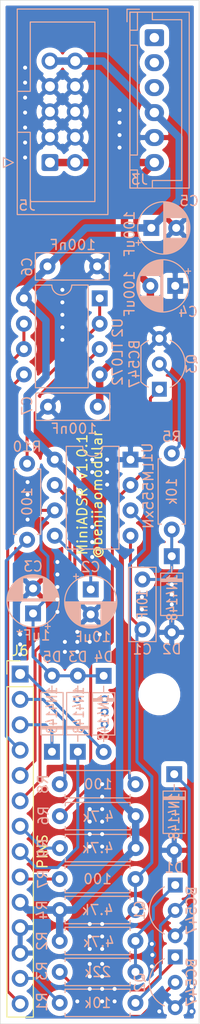
<source format=kicad_pcb>
(kicad_pcb (version 20171130) (host pcbnew 5.1.9+dfsg1-1~bpo10+1)
  (layers (0 F.Cu signal) (31 B.Cu signal) (34 B.Paste user hide) (35 F.Paste user hide) (36 B.SilkS user) (37 F.SilkS user) (38 B.Mask user) (39 F.Mask user) (44 Edge.Cuts user))
  (net 0 "")
  (net 1 "Net-(C1-Pad1)")
  (net 2 "Net-(C1-Pad2)")
  (net 3 "Net-(C2-Pad1)")
  (net 4 GND2)
  (net 5 "Net-(C3-Pad1)")
  (net 6 +12V)
  (net 7 -12V)
  (net 8 "Net-(D1-Pad1)")
  (net 9 "Net-(Q1-Pad1)")
  (net 10 "Net-(Q2-Pad2)")
  (net 11 "Net-(Q3-Pad2)")
  (net 12 "Net-(Q3-Pad1)")
  (net 13 "Net-(R8-Pad1)")
  (net 14 "Net-(R10-Pad1)")
  (net 15 B4)
  (net 16 B5)
  (net 17 B1)
  (net 18 B2)
  (net 19 B3)
  (net 20 B6)
  (net 21 B7)
  (net 22 B8)
  (net 23 B9)
  (net 24 B10)
  (net 25 B11)
  (module Connector_IDC:IDC-Header_2x05_P2.54mm_Vertical (layer B.Cu) (at 140 69.25)
    (fp_text reference J5 (at -2.3 4.3) (layer B.SilkS) (effects (justify mirror)))
    (fp_text value IDC_BUS)
    (pad 1 thru_hole roundrect (at 0 0) (size 1.7 1.7) (drill 1) (layers *.Cu *.Mask) (roundrect_rratio 0.1470588235294118) (net 7 -12V))
    (pad 3 thru_hole circle (at 0 -2.54) (size 1.7 1.7) (drill 1) (layers *.Cu *.Mask) (net 4 GND2))
    (pad 5 thru_hole circle (at 0 -5.08) (size 1.7 1.7) (drill 1) (layers *.Cu *.Mask) (net 4 GND2))
    (pad 7 thru_hole circle (at 0 -7.62) (size 1.7 1.7) (drill 1) (layers *.Cu *.Mask) (net 4 GND2))
    (pad 9 thru_hole circle (at 0 -10.16) (size 1.7 1.7) (drill 1) (layers *.Cu *.Mask) (net 6 +12V))
    (pad 2 thru_hole circle (at 2.54 0) (size 1.7 1.7) (drill 1) (layers *.Cu *.Mask) (net 7 -12V))
    (pad 4 thru_hole circle (at 2.54 -2.54) (size 1.7 1.7) (drill 1) (layers *.Cu *.Mask) (net 4 GND2))
    (pad 6 thru_hole circle (at 2.54 -5.08) (size 1.7 1.7) (drill 1) (layers *.Cu *.Mask) (net 4 GND2))
    (pad 8 thru_hole circle (at 2.54 -7.62) (size 1.7 1.7) (drill 1) (layers *.Cu *.Mask) (net 4 GND2))
    (pad 10 thru_hole circle (at 2.54 -10.16) (size 1.7 1.7) (drill 1) (layers *.Cu *.Mask) (net 6 +12V))
  )
  (module Connector_JST:JST_XH_B6B-XH-A_1x06_P2.50mm_Vertical (layer B.Cu) (at 150.5 56.75 270)
    (fp_text reference J3 (at 14.2 1.5) (layer B.SilkS) (effects (justify mirror)))
    (fp_text value JST_BUS)
    (pad 1 thru_hole roundrect (at 0 0 270) (size 1.7 1.95) (drill 0.95) (layers *.Cu *.Mask) (roundrect_rratio 0.1470588235294118))
    (pad 2 thru_hole oval (at 2.5 0 270) (size 1.7 1.95) (drill 0.95) (layers *.Cu *.Mask))
    (pad 3 thru_hole oval (at 5 0 270) (size 1.7 1.95) (drill 0.95) (layers *.Cu *.Mask))
    (pad 4 thru_hole oval (at 7.5 0 270) (size 1.7 1.95) (drill 0.95) (layers *.Cu *.Mask) (net 6 +12V))
    (pad 5 thru_hole oval (at 10 0 270) (size 1.7 1.95) (drill 0.95) (layers *.Cu *.Mask) (net 4 GND2))
    (pad 6 thru_hole oval (at 12.5 0 270) (size 1.7 1.95) (drill 0.95) (layers *.Cu *.Mask) (net 7 -12V))
  )
  (module Resistor_THT:R_Axial_DIN0207_L6.3mm_D2.5mm_P7.62mm_Horizontal (layer B.Cu) (at 148.6 141 180)
    (fp_text reference R7 (at 9.3 0 270) (layer B.SilkS) (effects (justify mirror)))
    (fp_text value 100 (at 3.81 0) (layer B.SilkS) (effects (justify mirror)))
    (pad 1 thru_hole circle (at 0 0 180) (size 1.6 1.6) (drill 0.8) (layers *.Cu *.Mask) (net 2 "Net-(C1-Pad2)"))
    (pad 2 thru_hole oval (at 7.62 0 180) (size 1.6 1.6) (drill 0.8) (layers *.Cu *.Mask) (net 25 B11))
  )
  (module Capacitor_THT:C_Rect_L7.2mm_W2.5mm_P5.00mm_FKS2_FKP2_MKS2_MKP2 (layer B.Cu) (at 149.3 111 270)
    (fp_text reference C1 (at 7 0 180) (layer B.SilkS) (effects (justify mirror)))
    (fp_text value 10nF (at 2.5 0 90) (layer B.SilkS) (effects (font (size 1 0.8)) (justify mirror)))
    (pad 1 thru_hole circle (at 0 0 270) (size 1.6 1.6) (drill 0.8) (layers *.Cu *.Mask) (net 1 "Net-(C1-Pad1)"))
    (pad 2 thru_hole circle (at 5 0 270) (size 1.6 1.6) (drill 0.8) (layers *.Cu *.Mask) (net 2 "Net-(C1-Pad2)"))
  )
  (module Diode_THT:D_DO-35_SOD27_P7.62mm_Horizontal (layer B.Cu) (at 152.5 130.5 270)
    (fp_text reference D1 (at 9.35 0 180) (layer B.SilkS) (effects (justify mirror)))
    (fp_text value 1N4148 (at 4.2 0 270) (layer B.SilkS) (effects (font (size 1 0.8)) (justify mirror)))
    (pad 2 thru_hole oval (at 7.62 0 270) (size 1.6 1.6) (drill 0.8) (layers *.Cu *.Mask) (net 4 GND2))
    (pad 1 thru_hole rect (at 0 0 270) (size 1.6 1.6) (drill 0.8) (layers *.Cu *.Mask) (net 8 "Net-(D1-Pad1)"))
  )
  (module Resistor_THT:R_Axial_DIN0207_L6.3mm_D2.5mm_P7.62mm_Horizontal (layer B.Cu) (at 152.25 106 90)
    (fp_text reference R5 (at 9.3 0 180) (layer B.SilkS) (effects (justify mirror)))
    (fp_text value 10k (at 3.81 0 90) (layer B.SilkS) (effects (justify mirror)))
    (pad 1 thru_hole circle (at 0 0 90) (size 1.6 1.6) (drill 0.8) (layers *.Cu *.Mask) (net 1 "Net-(C1-Pad1)"))
    (pad 2 thru_hole oval (at 7.62 0 90) (size 1.6 1.6) (drill 0.8) (layers *.Cu *.Mask) (net 11 "Net-(Q3-Pad2)"))
  )
  (module Diode_THT:D_DO-35_SOD27_P7.62mm_Horizontal (layer B.Cu) (at 152.25 108.675 270)
    (fp_text reference D2 (at 9.3 0 180) (layer B.SilkS) (effects (justify mirror)))
    (fp_text value 1N4148 (at 4.125 -0.05 270) (layer B.SilkS) (effects (font (size 1 0.8)) (justify mirror)))
    (pad 1 thru_hole rect (at 0 0 270) (size 1.6 1.6) (drill 0.8) (layers *.Cu *.Mask) (net 1 "Net-(C1-Pad1)"))
    (pad 2 thru_hole oval (at 7.62 0 270) (size 1.6 1.6) (drill 0.8) (layers *.Cu *.Mask) (net 4 GND2))
  )
  (module Package_DIP:DIP-8_W7.62mm (layer B.Cu) (at 148.1 99 180)
    (fp_text reference U1 (at -1.7 0.7 90) (layer B.SilkS) (effects (justify mirror)))
    (fp_text value LM555xN (at -1.8 -3.6 90) (layer B.SilkS) (effects (justify mirror)))
    (pad 1 thru_hole rect (at 0 0 180) (size 1.6 1.6) (drill 0.8) (layers *.Cu *.Mask) (net 4 GND2))
    (pad 5 thru_hole oval (at 7.62 -7.62 180) (size 1.6 1.6) (drill 0.8) (layers *.Cu *.Mask) (net 3 "Net-(C2-Pad1)"))
    (pad 2 thru_hole oval (at 0 -2.54 180) (size 1.6 1.6) (drill 0.8) (layers *.Cu *.Mask) (net 12 "Net-(Q3-Pad1)"))
    (pad 6 thru_hole oval (at 7.62 -5.08 180) (size 1.6 1.6) (drill 0.8) (layers *.Cu *.Mask) (net 5 "Net-(C3-Pad1)"))
    (pad 3 thru_hole oval (at 0 -5.08 180) (size 1.6 1.6) (drill 0.8) (layers *.Cu *.Mask) (net 13 "Net-(R8-Pad1)"))
    (pad 7 thru_hole oval (at 7.62 -2.54 180) (size 1.6 1.6) (drill 0.8) (layers *.Cu *.Mask) (net 21 B7))
    (pad 4 thru_hole oval (at 0 -7.62 180) (size 1.6 1.6) (drill 0.8) (layers *.Cu *.Mask) (net 2 "Net-(C1-Pad2)"))
    (pad 8 thru_hole oval (at 7.62 0 180) (size 1.6 1.6) (drill 0.8) (layers *.Cu *.Mask) (net 6 +12V))
  )
  (module Capacitor_THT:CP_Radial_D5.0mm_P2.50mm (layer B.Cu) (at 144.1 112 270)
    (fp_text reference C2 (at -2.25 0 180) (layer B.SilkS) (effects (justify mirror)))
    (fp_text value 10uF (at 4.75 -0.2 180) (layer B.SilkS) (effects (justify mirror)))
    (pad 2 thru_hole circle (at 2.5 0 270) (size 1.6 1.6) (drill 0.8) (layers *.Cu *.Mask) (net 4 GND2))
    (pad 1 thru_hole rect (at 0 0 270) (size 1.6 1.6) (drill 0.8) (layers *.Cu *.Mask) (net 3 "Net-(C2-Pad1)"))
  )
  (module Connector_PinHeader_2.54mm:PinHeader_1x14_P2.54mm_Vertical (layer F.Cu) (at 137 120.47)
    (fp_text reference J6 (at 0 -2.33) (layer F.SilkS))
    (fp_text value MainBoard_Pins)
    (pad 1 thru_hole rect (at 0 0) (size 1.7 1.7) (drill 1) (layers *.Cu *.Mask) (net 19 B3))
    (pad 2 thru_hole oval (at 0 2.54) (size 1.7 1.7) (drill 1) (layers *.Cu *.Mask) (net 15 B4))
    (pad 3 thru_hole oval (at 0 5.08) (size 1.7 1.7) (drill 1) (layers *.Cu *.Mask) (net 16 B5))
    (pad 4 thru_hole oval (at 0 7.62) (size 1.7 1.7) (drill 1) (layers *.Cu *.Mask) (net 20 B6))
    (pad 5 thru_hole oval (at 0 10.16) (size 1.7 1.7) (drill 1) (layers *.Cu *.Mask) (net 21 B7))
    (pad 6 thru_hole oval (at 0 12.7) (size 1.7 1.7) (drill 1) (layers *.Cu *.Mask) (net 22 B8))
    (pad 7 thru_hole oval (at 0 15.24) (size 1.7 1.7) (drill 1) (layers *.Cu *.Mask) (net 23 B9))
    (pad 8 thru_hole oval (at 0 17.78) (size 1.7 1.7) (drill 1) (layers *.Cu *.Mask) (net 24 B10))
    (pad 9 thru_hole oval (at 0 20.32) (size 1.7 1.7) (drill 1) (layers *.Cu *.Mask) (net 25 B11))
    (pad 10 thru_hole oval (at 0 22.86) (size 1.7 1.7) (drill 1) (layers *.Cu *.Mask) (net 6 +12V))
    (pad 11 thru_hole oval (at 0 25.4) (size 1.7 1.7) (drill 1) (layers *.Cu *.Mask) (net 4 GND2))
    (pad 12 thru_hole oval (at 0 27.94) (size 1.7 1.7) (drill 1) (layers *.Cu *.Mask) (net 4 GND2))
    (pad 13 thru_hole oval (at 0 30.48) (size 1.7 1.7) (drill 1) (layers *.Cu *.Mask) (net 17 B1))
    (pad 14 thru_hole oval (at 0 33.02) (size 1.7 1.7) (drill 1) (layers *.Cu *.Mask) (net 18 B2))
  )
  (module Resistor_THT:R_Axial_DIN0207_L6.3mm_D2.5mm_P7.62mm_Horizontal (layer B.Cu) (at 148.6 150.3 180)
    (fp_text reference R3 (at 9.4 0.1 270) (layer B.SilkS) (effects (justify mirror)))
    (fp_text value 22k (at 3.8 0) (layer B.SilkS) (effects (justify mirror)))
    (pad 1 thru_hole circle (at 0 0 180) (size 1.6 1.6) (drill 0.8) (layers *.Cu *.Mask) (net 9 "Net-(Q1-Pad1)"))
    (pad 2 thru_hole oval (at 7.62 0 180) (size 1.6 1.6) (drill 0.8) (layers *.Cu *.Mask) (net 10 "Net-(Q2-Pad2)"))
  )
  (module Resistor_THT:R_Axial_DIN0207_L6.3mm_D2.5mm_P7.62mm_Horizontal (layer B.Cu) (at 148.6 153.4 180)
    (fp_text reference R1 (at 9.4 0.1 270) (layer B.SilkS) (effects (justify mirror)))
    (fp_text value 10k (at 3.8 0) (layer B.SilkS) (effects (justify mirror)))
    (pad 1 thru_hole circle (at 0 0 180) (size 1.6 1.6) (drill 0.8) (layers *.Cu *.Mask) (net 8 "Net-(D1-Pad1)"))
    (pad 2 thru_hole oval (at 7.62 0 180) (size 1.6 1.6) (drill 0.8) (layers *.Cu *.Mask) (net 17 B1))
  )
  (module Resistor_THT:R_Axial_DIN0207_L6.3mm_D2.5mm_P7.62mm_Horizontal (layer B.Cu) (at 141 137.9)
    (fp_text reference R9 (at -1.7 0 270) (layer B.SilkS) (effects (justify mirror)))
    (fp_text value 4.7k (at 3.81 0) (layer B.SilkS) (effects (justify mirror)))
    (pad 2 thru_hole oval (at 7.62 0) (size 1.6 1.6) (drill 0.8) (layers *.Cu *.Mask) (net 6 +12V))
    (pad 1 thru_hole circle (at 0 0) (size 1.6 1.6) (drill 0.8) (layers *.Cu *.Mask) (net 23 B9))
  )
  (module MountingHole:MountingHole_3.2mm_M3 (layer F.Cu) (at 151 122.5)
    (fp_text reference REF** hide)
    (fp_text value MountingHole_3.2mm_M3)
    (pad 1 np_thru_hole circle (at 0 0) (size 3.2 3.2) (drill 3.2) (layers *.Cu *.Mask))
  )
  (module Resistor_THT:R_Axial_DIN0207_L6.3mm_D2.5mm_P7.62mm_Horizontal (layer B.Cu) (at 137.7 99.4 270)
    (fp_text reference R10 (at -1.7 0 180) (layer B.SilkS) (effects (justify mirror)))
    (fp_text value 100 (at 3.8 0 90) (layer B.SilkS) (effects (justify mirror)))
    (pad 2 thru_hole oval (at 7.62 0 270) (size 1.6 1.6) (drill 0.8) (layers *.Cu *.Mask) (net 20 B6))
    (pad 1 thru_hole circle (at 0 0 270) (size 1.6 1.6) (drill 0.8) (layers *.Cu *.Mask) (net 14 "Net-(R10-Pad1)"))
  )
  (module Resistor_THT:R_Axial_DIN0207_L6.3mm_D2.5mm_P7.62mm_Horizontal (layer B.Cu) (at 148.6 131.5 180)
    (fp_text reference R8 (at 9.3 0 270) (layer B.SilkS) (effects (justify mirror)))
    (fp_text value 100 (at 3.75 0) (layer B.SilkS) (effects (justify mirror)))
    (pad 1 thru_hole circle (at 0 0 180) (size 1.6 1.6) (drill 0.8) (layers *.Cu *.Mask) (net 13 "Net-(R8-Pad1)"))
    (pad 2 thru_hole oval (at 7.62 0 180) (size 1.6 1.6) (drill 0.8) (layers *.Cu *.Mask) (net 15 B4))
  )
  (module Resistor_THT:R_Axial_DIN0207_L6.3mm_D2.5mm_P7.62mm_Horizontal (layer B.Cu) (at 141 134.7)
    (fp_text reference R6 (at -1.65 -0.05 270) (layer B.SilkS) (effects (justify mirror)))
    (fp_text value 4.7k (at 3.85 0.05) (layer B.SilkS) (effects (justify mirror)))
    (pad 2 thru_hole oval (at 7.62 0) (size 1.6 1.6) (drill 0.8) (layers *.Cu *.Mask) (net 6 +12V))
    (pad 1 thru_hole circle (at 0 0) (size 1.6 1.6) (drill 0.8) (layers *.Cu *.Mask) (net 12 "Net-(Q3-Pad1)"))
  )
  (module Resistor_THT:R_Axial_DIN0207_L6.3mm_D2.5mm_P7.62mm_Horizontal (layer B.Cu) (at 148.6 144.1 180)
    (fp_text reference R4 (at 9.4 0 270) (layer B.SilkS) (effects (justify mirror)))
    (fp_text value 4.7k (at 3.81 0) (layer B.SilkS) (effects (justify mirror)))
    (pad 2 thru_hole oval (at 7.62 0 180) (size 1.6 1.6) (drill 0.8) (layers *.Cu *.Mask) (net 6 +12V))
    (pad 1 thru_hole circle (at 0 0 180) (size 1.6 1.6) (drill 0.8) (layers *.Cu *.Mask) (net 2 "Net-(C1-Pad2)"))
  )
  (module Resistor_THT:R_Axial_DIN0207_L6.3mm_D2.5mm_P7.62mm_Horizontal (layer B.Cu) (at 148.6 147.2 180)
    (fp_text reference R2 (at 9.4 0 270) (layer B.SilkS) (effects (justify mirror)))
    (fp_text value 4.7k (at 3.7 -0.1) (layer B.SilkS) (effects (justify mirror)))
    (pad 2 thru_hole oval (at 7.62 0 180) (size 1.6 1.6) (drill 0.8) (layers *.Cu *.Mask) (net 6 +12V))
    (pad 1 thru_hole circle (at 0 0 180) (size 1.6 1.6) (drill 0.8) (layers *.Cu *.Mask) (net 9 "Net-(Q1-Pad1)"))
  )
  (module Capacitor_THT:CP_Radial_D5.0mm_P2.50mm (layer B.Cu) (at 138.3 114.4 90)
    (fp_text reference C3 (at 4.7 0 180) (layer B.SilkS) (effects (justify mirror)))
    (fp_text value 1uF* (at -2.2 0 180) (layer B.SilkS) (effects (justify mirror)))
    (pad 1 thru_hole rect (at 0 0 90) (size 1.6 1.6) (drill 0.8) (layers *.Cu *.Mask) (net 5 "Net-(C3-Pad1)"))
    (pad 2 thru_hole circle (at 2.5 0 90) (size 1.6 1.6) (drill 0.8) (layers *.Cu *.Mask) (net 4 GND2))
  )
  (module Capacitor_THT:CP_Radial_D5.0mm_P2.50mm (layer B.Cu) (at 150.2 75.8)
    (fp_text reference C4 (at 3.7 8.4 180) (layer B.SilkS) (effects (justify mirror)))
    (fp_text value 100uF (at -2.2 0.6 90) (layer B.SilkS) (effects (justify mirror)))
    (pad 2 thru_hole circle (at 2.5 0) (size 1.6 1.6) (drill 0.8) (layers *.Cu *.Mask) (net 4 GND2))
    (pad 1 thru_hole rect (at 0 0) (size 1.6 1.6) (drill 0.8) (layers *.Cu *.Mask) (net 6 +12V))
  )
  (module Capacitor_THT:CP_Radial_D5.0mm_P2.50mm (layer B.Cu) (at 152.6 81.6 180)
    (fp_text reference C5 (at -1.4 8.5 180) (layer B.SilkS) (effects (justify mirror)))
    (fp_text value 100uF (at 4.6 -0.8 90) (layer B.SilkS) (effects (justify mirror)))
    (pad 1 thru_hole rect (at 0 0 180) (size 1.6 1.6) (drill 0.8) (layers *.Cu *.Mask) (net 4 GND2))
    (pad 2 thru_hole circle (at 2.5 0 180) (size 1.6 1.6) (drill 0.8) (layers *.Cu *.Mask) (net 7 -12V))
  )
  (module Capacitor_THT:C_Rect_L7.2mm_W2.5mm_P5.00mm_FKS2_FKP2_MKS2_MKP2 (layer B.Cu) (at 139.75 79.65)
    (fp_text reference C6 (at -2.05 0.05 90) (layer B.SilkS) (effects (justify mirror)))
    (fp_text value 100nF (at 2.55 -2.15) (layer B.SilkS) (effects (justify mirror)))
    (pad 2 thru_hole circle (at 5 0) (size 1.6 1.6) (drill 0.8) (layers *.Cu *.Mask) (net 4 GND2))
    (pad 1 thru_hole circle (at 0 0) (size 1.6 1.6) (drill 0.8) (layers *.Cu *.Mask) (net 6 +12V))
  )
  (module Capacitor_THT:C_Rect_L7.2mm_W2.5mm_P5.00mm_FKS2_FKP2_MKS2_MKP2 (layer B.Cu) (at 139.8 93.7)
    (fp_text reference C7 (at -2.1 -0.1 90) (layer B.SilkS) (effects (justify mirror)))
    (fp_text value 100nF (at 2.6 2.2) (layer B.SilkS) (effects (justify mirror)))
    (pad 1 thru_hole circle (at 0 0) (size 1.6 1.6) (drill 0.8) (layers *.Cu *.Mask) (net 4 GND2))
    (pad 2 thru_hole circle (at 5 0) (size 1.6 1.6) (drill 0.8) (layers *.Cu *.Mask) (net 7 -12V))
  )
  (module Diode_THT:D_DO-35_SOD27_P7.62mm_Horizontal (layer B.Cu) (at 142.8 128.25 90)
    (fp_text reference D3 (at 9.5 0) (layer B.SilkS) (effects (justify mirror)))
    (fp_text value 1N4148 (at 4.15 0.1 90) (layer B.SilkS) (effects (font (size 1 0.8)) (justify mirror)))
    (pad 2 thru_hole oval (at 7.62 0 90) (size 1.6 1.6) (drill 0.8) (layers *.Cu *.Mask) (net 5 "Net-(C3-Pad1)"))
    (pad 1 thru_hole rect (at 0 0 90) (size 1.6 1.6) (drill 0.8) (layers *.Cu *.Mask) (net 24 B10))
  )
  (module Diode_THT:D_DO-35_SOD27_P7.62mm_Horizontal (layer B.Cu) (at 145.4 120.65 270)
    (fp_text reference D4 (at -1.9 0 180) (layer B.SilkS) (effects (justify mirror)))
    (fp_text value 1N4148 (at 4.15 0 90) (layer B.SilkS) (effects (font (size 1 0.8)) (justify mirror)))
    (pad 1 thru_hole rect (at 0 0 270) (size 1.6 1.6) (drill 0.8) (layers *.Cu *.Mask) (net 5 "Net-(C3-Pad1)"))
    (pad 2 thru_hole oval (at 7.62 0 270) (size 1.6 1.6) (drill 0.8) (layers *.Cu *.Mask) (net 19 B3))
  )
  (module Diode_THT:D_DO-35_SOD27_P7.62mm_Horizontal (layer B.Cu) (at 140.2 128.25 90)
    (fp_text reference D5 (at 9.5 0 180) (layer B.SilkS) (effects (justify mirror)))
    (fp_text value 1N4148 (at 4.15 0 90) (layer B.SilkS) (effects (font (size 1 0.8)) (justify mirror)))
    (pad 1 thru_hole rect (at 0 0 90) (size 1.6 1.6) (drill 0.8) (layers *.Cu *.Mask) (net 16 B5))
    (pad 2 thru_hole oval (at 7.62 0 90) (size 1.6 1.6) (drill 0.8) (layers *.Cu *.Mask) (net 5 "Net-(C3-Pad1)"))
  )
  (module Package_DIP:DIP-8_W7.62mm (layer B.Cu) (at 145 82.85 180)
    (fp_text reference U2 (at -1.8 -2.95 90) (layer B.SilkS) (effects (justify mirror)))
    (fp_text value TL072 (at -1.8 -6.55 90) (layer B.SilkS) (effects (justify mirror)))
    (pad 8 thru_hole oval (at 7.62 0 180) (size 1.6 1.6) (drill 0.8) (layers *.Cu *.Mask) (net 6 +12V))
    (pad 4 thru_hole oval (at 0 -7.62 180) (size 1.6 1.6) (drill 0.8) (layers *.Cu *.Mask) (net 7 -12V))
    (pad 7 thru_hole oval (at 7.62 -2.54 180) (size 1.6 1.6) (drill 0.8) (layers *.Cu *.Mask) (net 18 B2))
    (pad 3 thru_hole oval (at 0 -5.08 180) (size 1.6 1.6) (drill 0.8) (layers *.Cu *.Mask) (net 22 B8))
    (pad 6 thru_hole oval (at 7.62 -5.08 180) (size 1.6 1.6) (drill 0.8) (layers *.Cu *.Mask) (net 18 B2))
    (pad 2 thru_hole oval (at 0 -2.54 180) (size 1.6 1.6) (drill 0.8) (layers *.Cu *.Mask) (net 14 "Net-(R10-Pad1)"))
    (pad 5 thru_hole oval (at 7.62 -7.62 180) (size 1.6 1.6) (drill 0.8) (layers *.Cu *.Mask) (net 5 "Net-(C3-Pad1)"))
    (pad 1 thru_hole rect (at 0 0 180) (size 1.6 1.6) (drill 0.8) (layers *.Cu *.Mask) (net 14 "Net-(R10-Pad1)"))
  )
  (module Package_TO_SOT_THT:TO-92_Inline_Wide (layer B.Cu) (at 152.6 141.6 270)
    (fp_text reference Q1 (at 2.54 3.56 90) (layer B.SilkS) (effects (justify mirror)))
    (fp_text value BC547 (at 2.54 -1.65 90) (layer B.SilkS) (effects (justify mirror)))
    (pad 2 thru_hole circle (at 2.54 0 270) (size 1.5 1.5) (drill 0.8) (layers *.Cu *.Mask) (net 8 "Net-(D1-Pad1)"))
    (pad 3 thru_hole circle (at 5.08 0 270) (size 1.5 1.5) (drill 0.8) (layers *.Cu *.Mask) (net 4 GND2))
    (pad 1 thru_hole rect (at 0 0 270) (size 1.5 1.5) (drill 0.8) (layers *.Cu *.Mask) (net 9 "Net-(Q1-Pad1)"))
  )
  (module Package_TO_SOT_THT:TO-92_Inline_Wide (layer B.Cu) (at 152.6 148.8 270)
    (fp_text reference Q2 (at 2.54 3.56 90) (layer B.SilkS) (effects (justify mirror)))
    (fp_text value BC547 (at 2.54 -1.65 90) (layer B.SilkS) (effects (justify mirror)))
    (pad 1 thru_hole rect (at 0 0 270) (size 1.5 1.5) (drill 0.8) (layers *.Cu *.Mask) (net 2 "Net-(C1-Pad2)"))
    (pad 3 thru_hole circle (at 5.08 0 270) (size 1.5 1.5) (drill 0.8) (layers *.Cu *.Mask) (net 4 GND2))
    (pad 2 thru_hole circle (at 2.54 0 270) (size 1.5 1.5) (drill 0.8) (layers *.Cu *.Mask) (net 10 "Net-(Q2-Pad2)"))
  )
  (module Package_TO_SOT_THT:TO-92_Inline_Wide (layer B.Cu) (at 151 91.95 90)
    (fp_text reference Q3 (at 2.54 3.25 90) (layer B.SilkS) (effects (justify mirror)))
    (fp_text value BC547 (at 2.54 -2.5 90) (layer B.SilkS) (effects (justify mirror)))
    (pad 2 thru_hole circle (at 2.54 0 90) (size 1.5 1.5) (drill 0.8) (layers *.Cu *.Mask) (net 11 "Net-(Q3-Pad2)"))
    (pad 3 thru_hole circle (at 5.08 0 90) (size 1.5 1.5) (drill 0.8) (layers *.Cu *.Mask) (net 4 GND2))
    (pad 1 thru_hole rect (at 0 0 90) (size 1.5 1.5) (drill 0.8) (layers *.Cu *.Mask) (net 12 "Net-(Q3-Pad1)"))
  )
  (gr_text PINS (at 139.25 138.25 90) (layer F.SilkS) (effects (font (size 1 1))))
  (gr_text "MiniADSR v1.0.1" (at 143.25 102.5 90) (layer F.SilkS) (effects (font (size 1 1))))
  (gr_text @benjiaomodular (at 144.75 102.5 90) (layer F.SilkS) (effects (font (size 1 1))))
  (gr_line (start 135 155.5) (end 135 53) (layer Edge.Cuts) (width 0.05))
  (gr_line (start 155 155.5) (end 135 155.5) (layer Edge.Cuts) (width 0.05))
  (gr_line (start 155 53) (end 155 155.5) (layer Edge.Cuts) (width 0.05))
  (gr_line (start 135 53) (end 155 53) (layer Edge.Cuts) (width 0.05))
  (via (at 145.5 123) (size 0.8) (drill 0.4) (layers F.Cu B.Cu) (net 0))
  (via (at 145.5 124.25) (size 0.8) (drill 0.4) (layers F.Cu B.Cu) (net 0))
  (via (at 145.5 125.5) (size 0.8) (drill 0.4) (layers F.Cu B.Cu) (net 0))
  (via (at 142.75 123) (size 0.8) (drill 0.4) (layers F.Cu B.Cu) (net 0))
  (segment (start 152.25 106) (end 152.25 108.675) (width 0.3) (layer B.Cu) (net 1))
  (segment (start 151.25 111) (end 149.3 111) (width 0.3) (layer B.Cu) (net 1))
  (segment (start 152.25 108.675) (end 152.25 110) (width 0.3) (layer B.Cu) (net 1))
  (segment (start 152.25 110) (end 151.25 111) (width 0.3) (layer B.Cu) (net 1))
  (segment (start 147.15 151.15) (end 147.15 145.55) (width 0.3) (layer F.Cu) (net 2))
  (segment (start 148.1 152.1) (end 147.15 151.15) (width 0.3) (layer F.Cu) (net 2))
  (segment (start 147.15 145.55) (end 148.6 144.1) (width 0.3) (layer F.Cu) (net 2))
  (segment (start 149.65 152.1) (end 148.1 152.1) (width 0.3) (layer F.Cu) (net 2))
  (segment (start 152.6 148.8) (end 152.6 149.15) (width 0.3) (layer F.Cu) (net 2))
  (segment (start 152.6 149.15) (end 149.65 152.1) (width 0.3) (layer F.Cu) (net 2))
  (segment (start 148.1 114.8) (end 149.3 116) (width 0.3) (layer F.Cu) (net 2))
  (segment (start 148.1 106.62) (end 148.1 114.8) (width 0.3) (layer F.Cu) (net 2))
  (segment (start 150.25 139.35) (end 148.6 141) (width 0.3) (layer B.Cu) (net 2))
  (segment (start 150.25 130.75) (end 150.25 139.35) (width 0.3) (layer B.Cu) (net 2))
  (segment (start 148.6 141) (end 148.6 144.1) (width 0.3) (layer B.Cu) (net 2))
  (segment (start 148.75 129.25) (end 150.25 130.75) (width 0.3) (layer B.Cu) (net 2))
  (segment (start 149.3 116) (end 148.75 116.55) (width 0.3) (layer B.Cu) (net 2))
  (segment (start 148.75 116.55) (end 148.75 129.25) (width 0.3) (layer B.Cu) (net 2))
  (segment (start 144.1 110.24) (end 140.48 106.62) (width 0.3) (layer B.Cu) (net 3))
  (segment (start 144.1 112) (end 144.1 110.24) (width 0.3) (layer B.Cu) (net 3))
  (via (at 154.25 154.25) (size 0.8) (drill 0.4) (layers F.Cu B.Cu) (net 4))
  (via (at 150.3 148.6) (size 0.8) (drill 0.4) (layers F.Cu B.Cu) (net 4))
  (via (at 144 117.25) (size 0.8) (drill 0.4) (layers F.Cu B.Cu) (net 4))
  (via (at 142.75 117.25) (size 0.8) (drill 0.4) (layers F.Cu B.Cu) (net 4))
  (via (at 141.5 117.25) (size 0.8) (drill 0.4) (layers F.Cu B.Cu) (net 4))
  (via (at 137 116.5) (size 0.8) (drill 0.4) (layers F.Cu B.Cu) (net 4))
  (via (at 137 117.5) (size 0.8) (drill 0.4) (layers F.Cu B.Cu) (net 4))
  (via (at 137 118.5) (size 0.8) (drill 0.4) (layers F.Cu B.Cu) (net 4))
  (via (at 144.25 108.75) (size 0.8) (drill 0.4) (layers F.Cu B.Cu) (net 4))
  (via (at 142.75 116.25) (size 0.8) (drill 0.4) (layers F.Cu B.Cu) (net 4))
  (via (at 142.75 118.25) (size 0.8) (drill 0.4) (layers F.Cu B.Cu) (net 4))
  (via (at 141.5 118.25) (size 0.8) (drill 0.4) (layers F.Cu B.Cu) (net 4))
  (via (at 140.75 114.25) (size 0.8) (drill 0.4) (layers F.Cu B.Cu) (net 4))
  (via (at 140.75 113) (size 0.8) (drill 0.4) (layers F.Cu B.Cu) (net 4))
  (via (at 140.75 111.75) (size 0.8) (drill 0.4) (layers F.Cu B.Cu) (net 4))
  (via (at 145 116.5) (size 0.8) (drill 0.4) (layers F.Cu B.Cu) (net 4))
  (via (at 152.25 113.5) (size 0.8) (drill 0.4) (layers F.Cu B.Cu) (net 4))
  (via (at 152.25 112.5) (size 0.8) (drill 0.4) (layers F.Cu B.Cu) (net 4))
  (via (at 152.25 111.5) (size 0.8) (drill 0.4) (layers F.Cu B.Cu) (net 4))
  (via (at 149.25 112.75) (size 0.8) (drill 0.4) (layers F.Cu B.Cu) (net 4))
  (via (at 149.25 114) (size 0.8) (drill 0.4) (layers F.Cu B.Cu) (net 4))
  (via (at 145.75 99) (size 0.8) (drill 0.4) (layers F.Cu B.Cu) (net 4))
  (via (at 145.75 100.25) (size 0.8) (drill 0.4) (layers F.Cu B.Cu) (net 4))
  (via (at 145.75 101.5) (size 0.8) (drill 0.4) (layers F.Cu B.Cu) (net 4))
  (via (at 144.25 100.25) (size 0.8) (drill 0.4) (layers F.Cu B.Cu) (net 4))
  (via (at 144.25 99) (size 0.8) (drill 0.4) (layers F.Cu B.Cu) (net 4))
  (via (at 144.25 105.75) (size 0.8) (drill 0.4) (layers F.Cu B.Cu) (net 4))
  (via (at 144.25 107.25) (size 0.8) (drill 0.4) (layers F.Cu B.Cu) (net 4))
  (via (at 140.75 110.5) (size 0.8) (drill 0.4) (layers F.Cu B.Cu) (net 4))
  (via (at 140.75 109.25) (size 0.8) (drill 0.4) (layers F.Cu B.Cu) (net 4))
  (via (at 145.25 131.5) (size 0.8) (drill 0.4) (layers F.Cu B.Cu) (net 4))
  (via (at 145.25 132.75) (size 0.8) (drill 0.4) (layers F.Cu B.Cu) (net 4))
  (via (at 145.25 134) (size 0.8) (drill 0.4) (layers F.Cu B.Cu) (net 4))
  (via (at 145.25 135.25) (size 0.8) (drill 0.4) (layers F.Cu B.Cu) (net 4))
  (via (at 145.25 136.5) (size 0.8) (drill 0.4) (layers F.Cu B.Cu) (net 4))
  (via (at 145.25 137.75) (size 0.8) (drill 0.4) (layers F.Cu B.Cu) (net 4))
  (via (at 144 137.75) (size 0.8) (drill 0.4) (layers F.Cu B.Cu) (net 4))
  (via (at 144 136.5) (size 0.8) (drill 0.4) (layers F.Cu B.Cu) (net 4))
  (via (at 144 135.25) (size 0.8) (drill 0.4) (layers F.Cu B.Cu) (net 4))
  (via (at 144 134) (size 0.8) (drill 0.4) (layers F.Cu B.Cu) (net 4))
  (via (at 144 145.5) (size 0.8) (drill 0.4) (layers F.Cu B.Cu) (net 4))
  (via (at 144 146.75) (size 0.8) (drill 0.4) (layers F.Cu B.Cu) (net 4))
  (via (at 144 148) (size 0.8) (drill 0.4) (layers F.Cu B.Cu) (net 4))
  (via (at 144 149.5) (size 0.8) (drill 0.4) (layers F.Cu B.Cu) (net 4))
  (via (at 144 150.75) (size 0.8) (drill 0.4) (layers F.Cu B.Cu) (net 4))
  (via (at 144 152) (size 0.8) (drill 0.4) (layers F.Cu B.Cu) (net 4))
  (via (at 145.25 152) (size 0.8) (drill 0.4) (layers F.Cu B.Cu) (net 4))
  (via (at 145.25 150.75) (size 0.8) (drill 0.4) (layers F.Cu B.Cu) (net 4))
  (via (at 145.25 149.5) (size 0.8) (drill 0.4) (layers F.Cu B.Cu) (net 4))
  (via (at 145.25 148) (size 0.8) (drill 0.4) (layers F.Cu B.Cu) (net 4))
  (via (at 145.25 146.75) (size 0.8) (drill 0.4) (layers F.Cu B.Cu) (net 4))
  (via (at 145.25 145.5) (size 0.8) (drill 0.4) (layers F.Cu B.Cu) (net 4))
  (via (at 145.25 153.25) (size 0.8) (drill 0.4) (layers F.Cu B.Cu) (net 4))
  (via (at 146.5 153.25) (size 0.8) (drill 0.4) (layers F.Cu B.Cu) (net 4))
  (via (at 146.5 152) (size 0.8) (drill 0.4) (layers F.Cu B.Cu) (net 4))
  (via (at 137.75 101.25) (size 0.8) (drill 0.4) (layers F.Cu B.Cu) (net 4))
  (via (at 137.75 102.5) (size 0.8) (drill 0.4) (layers F.Cu B.Cu) (net 4))
  (via (at 137.75 105) (size 0.8) (drill 0.4) (layers F.Cu B.Cu) (net 4))
  (via (at 141.25 83.25) (size 0.8) (drill 0.4) (layers F.Cu B.Cu) (net 4))
  (via (at 141.25 84.5) (size 0.8) (drill 0.4) (layers F.Cu B.Cu) (net 4))
  (via (at 141.25 85.75) (size 0.8) (drill 0.4) (layers F.Cu B.Cu) (net 4))
  (via (at 141.25 87) (size 0.8) (drill 0.4) (layers F.Cu B.Cu) (net 4))
  (via (at 141.25 82) (size 0.8) (drill 0.4) (layers F.Cu B.Cu) (net 4))
  (via (at 150.25 147.5) (size 0.8) (drill 0.4) (layers F.Cu B.Cu) (net 4))
  (via (at 150.25 149.75) (size 0.8) (drill 0.4) (layers F.Cu B.Cu) (net 4))
  (via (at 151 154.25) (size 0.8) (drill 0.4) (layers F.Cu B.Cu) (net 4))
  (via (at 154.25 153) (size 0.8) (drill 0.4) (layers F.Cu B.Cu) (net 4))
  (via (at 154.25 151.75) (size 0.8) (drill 0.4) (layers F.Cu B.Cu) (net 4))
  (via (at 142.75 153.25) (size 0.8) (drill 0.4) (layers F.Cu B.Cu) (net 4))
  (via (at 147 64) (size 0.8) (drill 0.4) (layers F.Cu B.Cu) (net 4))
  (via (at 147 65.25) (size 0.8) (drill 0.4) (layers F.Cu B.Cu) (net 4))
  (via (at 147 66.5) (size 0.8) (drill 0.4) (layers F.Cu B.Cu) (net 4))
  (via (at 147 67.75) (size 0.8) (drill 0.4) (layers F.Cu B.Cu) (net 4))
  (via (at 137.5 61.25) (size 0.8) (drill 0.4) (layers F.Cu B.Cu) (net 4))
  (via (at 137.5 62.75) (size 0.8) (drill 0.4) (layers F.Cu B.Cu) (net 4))
  (via (at 137.5 64.25) (size 0.8) (drill 0.4) (layers F.Cu B.Cu) (net 4))
  (via (at 137.5 65.75) (size 0.8) (drill 0.4) (layers F.Cu B.Cu) (net 4))
  (via (at 137.5 67.25) (size 0.8) (drill 0.4) (layers F.Cu B.Cu) (net 4))
  (via (at 137.5 68.75) (size 0.8) (drill 0.4) (layers F.Cu B.Cu) (net 4))
  (via (at 137.5 59.75) (size 0.8) (drill 0.4) (layers F.Cu B.Cu) (net 4))
  (segment (start 138.3 118.73) (end 140.2 120.63) (width 0.3) (layer B.Cu) (net 5))
  (segment (start 138.3 114.4) (end 138.3 118.73) (width 0.3) (layer B.Cu) (net 5))
  (segment (start 139.8 112.8) (end 138.3 114.3) (width 0.3) (layer B.Cu) (net 5))
  (segment (start 139.8 108.7) (end 139.8 112.8) (width 0.3) (layer B.Cu) (net 5))
  (segment (start 139.1 108) (end 139.8 108.7) (width 0.3) (layer B.Cu) (net 5))
  (segment (start 140.48 104.08) (end 139.1 105.46) (width 0.3) (layer B.Cu) (net 5))
  (segment (start 138.3 114.3) (end 138.3 114.4) (width 0.3) (layer B.Cu) (net 5))
  (segment (start 139.1 105.46) (end 139.1 108) (width 0.3) (layer B.Cu) (net 5))
  (segment (start 140.22 120.65) (end 140.2 120.63) (width 0.3) (layer B.Cu) (net 5))
  (segment (start 145.4 120.65) (end 140.22 120.65) (width 0.3) (layer B.Cu) (net 5))
  (segment (start 136.25 91.6) (end 137.38 90.47) (width 0.3) (layer F.Cu) (net 5))
  (segment (start 136.25 103.25) (end 136.25 91.6) (width 0.3) (layer F.Cu) (net 5))
  (segment (start 140.48 104.08) (end 137.08 104.08) (width 0.3) (layer F.Cu) (net 5))
  (segment (start 137.08 104.08) (end 136.25 103.25) (width 0.3) (layer F.Cu) (net 5))
  (segment (start 143.6 75.8) (end 139.75 79.65) (width 0.75) (layer B.Cu) (net 6))
  (segment (start 150.2 75.8) (end 143.6 75.8) (width 0.75) (layer B.Cu) (net 6))
  (segment (start 137.7 96.22) (end 140.48 99) (width 0.75) (layer B.Cu) (net 6))
  (segment (start 137.7 92.6) (end 137.7 96.22) (width 0.75) (layer B.Cu) (net 6))
  (segment (start 139.6 90.7) (end 137.7 92.6) (width 0.75) (layer B.Cu) (net 6))
  (segment (start 137.38 82.85) (end 139.6 85.07) (width 0.75) (layer B.Cu) (net 6))
  (segment (start 139.6 85.07) (end 139.6 90.7) (width 0.75) (layer B.Cu) (net 6))
  (segment (start 145.25 103.77) (end 140.48 99) (width 0.75) (layer B.Cu) (net 6))
  (segment (start 147 109.75) (end 145.25 108) (width 0.75) (layer B.Cu) (net 6))
  (segment (start 148.62 134.7) (end 147 133.08) (width 0.75) (layer B.Cu) (net 6))
  (segment (start 145.25 108) (end 145.25 103.77) (width 0.75) (layer B.Cu) (net 6))
  (segment (start 147 133.08) (end 147 109.75) (width 0.75) (layer B.Cu) (net 6))
  (segment (start 148.62 134.7) (end 148.62 137.9) (width 0.75) (layer B.Cu) (net 6))
  (segment (start 137.77 144.1) (end 137 143.33) (width 0.75) (layer B.Cu) (net 6))
  (segment (start 140.98 144.1) (end 137.77 144.1) (width 0.75) (layer B.Cu) (net 6))
  (segment (start 140.98 144.1) (end 140.98 147.2) (width 0.75) (layer B.Cu) (net 6))
  (segment (start 142.4 144.1) (end 140.98 144.1) (width 0.75) (layer B.Cu) (net 6))
  (segment (start 148.62 137.9) (end 148.6 137.9) (width 0.75) (layer B.Cu) (net 6))
  (segment (start 148.6 137.9) (end 142.4 144.1) (width 0.75) (layer B.Cu) (net 6))
  (segment (start 150.2 75.8) (end 153 73) (width 0.75) (layer B.Cu) (net 6))
  (segment (start 153 66.75) (end 150.5 64.25) (width 0.75) (layer B.Cu) (net 6))
  (segment (start 153 73) (end 153 66.75) (width 0.75) (layer B.Cu) (net 6))
  (segment (start 141.79 59.09) (end 140 59.09) (width 0.75) (layer B.Cu) (net 6))
  (segment (start 150.5 64.25) (end 145.34 59.09) (width 0.75) (layer B.Cu) (net 6))
  (segment (start 145.34 59.09) (end 141.79 59.09) (width 0.75) (layer B.Cu) (net 6))
  (segment (start 137.38 82.12) (end 137.38 82.85) (width 0.75) (layer B.Cu) (net 6))
  (segment (start 139.75 79.65) (end 139.75 79.75) (width 0.75) (layer B.Cu) (net 6))
  (segment (start 139.75 79.75) (end 137.38 82.12) (width 0.75) (layer B.Cu) (net 6))
  (segment (start 150.1 85.37) (end 145 90.47) (width 0.75) (layer F.Cu) (net 7))
  (segment (start 150.1 81.6) (end 150.1 85.37) (width 0.75) (layer F.Cu) (net 7))
  (segment (start 145 93.5) (end 144.8 93.7) (width 0.75) (layer F.Cu) (net 7))
  (segment (start 145 90.47) (end 145 93.5) (width 0.75) (layer F.Cu) (net 7))
  (segment (start 147.5 72.25) (end 150.5 69.25) (width 0.75) (layer F.Cu) (net 7))
  (segment (start 150.1 81.6) (end 147.5 79) (width 0.75) (layer F.Cu) (net 7))
  (segment (start 147.5 79) (end 147.5 72.25) (width 0.75) (layer F.Cu) (net 7))
  (segment (start 150.5 69.25) (end 140 69.25) (width 0.75) (layer F.Cu) (net 7))
  (segment (start 154 132) (end 154 142.74) (width 0.3) (layer B.Cu) (net 8))
  (segment (start 154 142.74) (end 152.6 144.14) (width 0.3) (layer B.Cu) (net 8))
  (segment (start 152.5 130.5) (end 154 132) (width 0.3) (layer B.Cu) (net 8))
  (segment (start 151.1 150.9) (end 148.6 153.4) (width 0.3) (layer B.Cu) (net 8))
  (segment (start 151.1 145.65) (end 151.1 150.9) (width 0.3) (layer B.Cu) (net 8))
  (segment (start 152.6 144.14) (end 152.6 144.15) (width 0.3) (layer B.Cu) (net 8))
  (segment (start 152.6 144.15) (end 151.1 145.65) (width 0.3) (layer B.Cu) (net 8))
  (segment (start 148.6 147.2) (end 148.6 150.3) (width 0.3) (layer B.Cu) (net 9))
  (segment (start 150.4 143.775) (end 150.4 145) (width 0.3) (layer B.Cu) (net 9))
  (segment (start 148.6 146.8) (end 148.6 147.2) (width 0.3) (layer B.Cu) (net 9))
  (segment (start 150.4 145) (end 148.6 146.8) (width 0.3) (layer B.Cu) (net 9))
  (segment (start 152.6 141.6) (end 152.575 141.6) (width 0.3) (layer B.Cu) (net 9))
  (segment (start 152.575 141.6) (end 150.4 143.775) (width 0.3) (layer B.Cu) (net 9))
  (segment (start 149.19 154.75) (end 152.6 151.34) (width 0.3) (layer F.Cu) (net 10))
  (segment (start 140.98 150.3) (end 145.43 154.75) (width 0.3) (layer F.Cu) (net 10))
  (segment (start 145.43 154.75) (end 149.19 154.75) (width 0.3) (layer F.Cu) (net 10))
  (segment (start 153 97.63) (end 152.25 98.38) (width 0.3) (layer B.Cu) (net 11))
  (segment (start 151 89.41) (end 153 91.41) (width 0.3) (layer B.Cu) (net 11))
  (segment (start 153 91.41) (end 153 97.63) (width 0.3) (layer B.Cu) (net 11))
  (segment (start 144.1 131.6) (end 141 134.7) (width 0.3) (layer F.Cu) (net 12))
  (segment (start 144.1 119.4) (end 144.1 131.6) (width 0.3) (layer F.Cu) (net 12))
  (segment (start 146.27499 117.22501) (end 144.1 119.4) (width 0.3) (layer F.Cu) (net 12))
  (segment (start 148.1 101.54) (end 146.27499 103.36501) (width 0.3) (layer F.Cu) (net 12))
  (segment (start 146.27499 103.36501) (end 146.27499 117.22501) (width 0.3) (layer F.Cu) (net 12))
  (segment (start 150.1 99.54) (end 148.1 101.54) (width 0.3) (layer F.Cu) (net 12))
  (segment (start 151 91.95) (end 150.1 92.85) (width 0.3) (layer F.Cu) (net 12))
  (segment (start 150.1 92.85) (end 150.1 99.54) (width 0.3) (layer F.Cu) (net 12))
  (segment (start 148 130.9) (end 148.6 131.5) (width 0.3) (layer B.Cu) (net 13))
  (segment (start 148 109.5) (end 148 130.9) (width 0.3) (layer B.Cu) (net 13))
  (segment (start 149.5 108) (end 148 109.5) (width 0.3) (layer B.Cu) (net 13))
  (segment (start 148.1 104.08) (end 149.5 105.48) (width 0.3) (layer B.Cu) (net 13))
  (segment (start 149.5 105.48) (end 149.5 108) (width 0.3) (layer B.Cu) (net 13))
  (segment (start 137.7 92.69) (end 137.7 99.4) (width 0.3) (layer F.Cu) (net 14))
  (segment (start 145 85.39) (end 137.7 92.69) (width 0.3) (layer F.Cu) (net 14))
  (segment (start 145 82.85) (end 145 85.39) (width 0.3) (layer F.Cu) (net 14))
  (segment (start 141.5 125.2) (end 139.31 123.01) (width 0.3) (layer B.Cu) (net 15))
  (segment (start 141.5 130.98) (end 141.5 125.2) (width 0.3) (layer B.Cu) (net 15))
  (segment (start 140.98 131.5) (end 141.5 130.98) (width 0.3) (layer B.Cu) (net 15))
  (segment (start 139.31 123.01) (end 137 123.01) (width 0.3) (layer B.Cu) (net 15))
  (segment (start 139.55 125.55) (end 137 125.55) (width 0.3) (layer B.Cu) (net 16))
  (segment (start 140.2 128.25) (end 140.2 126.2) (width 0.3) (layer B.Cu) (net 16))
  (segment (start 140.2 126.2) (end 139.55 125.55) (width 0.3) (layer B.Cu) (net 16))
  (segment (start 138.53 150.95) (end 140.98 153.4) (width 0.3) (layer B.Cu) (net 17))
  (segment (start 137 150.95) (end 138.53 150.95) (width 0.3) (layer B.Cu) (net 17))
  (segment (start 137.38 85.39) (end 137.38 87.93) (width 0.3) (layer F.Cu) (net 18))
  (segment (start 137 153.49) (end 135.749989 152.239989) (width 0.3) (layer F.Cu) (net 18))
  (segment (start 135.749989 152.239989) (end 135.749989 89.560011) (width 0.3) (layer F.Cu) (net 18))
  (segment (start 135.749989 89.560011) (end 137.38 87.93) (width 0.3) (layer F.Cu) (net 18))
  (segment (start 145.4 128.2) (end 137.67 120.47) (width 0.3) (layer B.Cu) (net 19))
  (segment (start 145.4 128.27) (end 145.4 128.2) (width 0.3) (layer B.Cu) (net 19))
  (segment (start 137.67 120.47) (end 137 120.47) (width 0.3) (layer B.Cu) (net 19))
  (segment (start 135.6 126.69) (end 137 128.09) (width 0.3) (layer B.Cu) (net 20))
  (segment (start 137.7 107.02) (end 135.6 109.12) (width 0.3) (layer B.Cu) (net 20))
  (segment (start 135.6 109.12) (end 135.6 126.69) (width 0.3) (layer B.Cu) (net 20))
  (segment (start 142 103.06) (end 140.48 101.54) (width 0.3) (layer F.Cu) (net 21))
  (segment (start 138.499992 118.200008) (end 142 114.7) (width 0.3) (layer F.Cu) (net 21))
  (segment (start 142 114.7) (end 142 103.06) (width 0.3) (layer F.Cu) (net 21))
  (segment (start 137 130.63) (end 138.499992 129.130008) (width 0.3) (layer F.Cu) (net 21))
  (segment (start 138.499992 129.130008) (end 138.499992 118.200008) (width 0.3) (layer F.Cu) (net 21))
  (segment (start 142.5 90.43) (end 145 87.93) (width 0.3) (layer F.Cu) (net 22))
  (segment (start 142.5 115) (end 142.5 90.43) (width 0.3) (layer F.Cu) (net 22))
  (segment (start 139 118.5) (end 142.5 115) (width 0.3) (layer F.Cu) (net 22))
  (segment (start 137 133.17) (end 139 131.17) (width 0.3) (layer F.Cu) (net 22))
  (segment (start 139 131.17) (end 139 118.5) (width 0.3) (layer F.Cu) (net 22))
  (segment (start 139.19 137.9) (end 137 135.71) (width 0.3) (layer B.Cu) (net 23))
  (segment (start 141 137.9) (end 139.19 137.9) (width 0.3) (layer B.Cu) (net 23))
  (segment (start 142.8 137.802002) (end 142.8 128.25) (width 0.3) (layer B.Cu) (net 24))
  (segment (start 140.752003 139.849999) (end 142.8 137.802002) (width 0.3) (layer B.Cu) (net 24))
  (segment (start 138.599999 139.849999) (end 140.752003 139.849999) (width 0.3) (layer B.Cu) (net 24))
  (segment (start 137 138.25) (end 138.599999 139.849999) (width 0.3) (layer B.Cu) (net 24))
  (segment (start 137.21 141) (end 137 140.79) (width 0.3) (layer F.Cu) (net 25))
  (segment (start 140.98 141) (end 137.21 141) (width 0.3) (layer F.Cu) (net 25))
  (zone (net 4) (net_name GND2) (layer F.Cu) (connect_pads (clearance 0.508)) (min_thickness 0.254) (fill yes (arc_segments 32) (thermal_gap 0.508) (thermal_bridge_width 0.508))
    (polygon (pts (xy 154.75 155.25) (xy 135.25 155.25) (xy 135.25 53.25) (xy 154.75 53.25)))
  )
  (zone (net 4) (net_name GND2) (layer B.Cu) (connect_pads (clearance 0.508)) (min_thickness 0.254) (fill yes (arc_segments 32) (thermal_gap 0.508) (thermal_bridge_width 0.508))
    (polygon (pts (xy 154.75 155.25) (xy 135.25 155.25) (xy 135.25 53.25) (xy 154.75 53.25)))
  )
)
</source>
